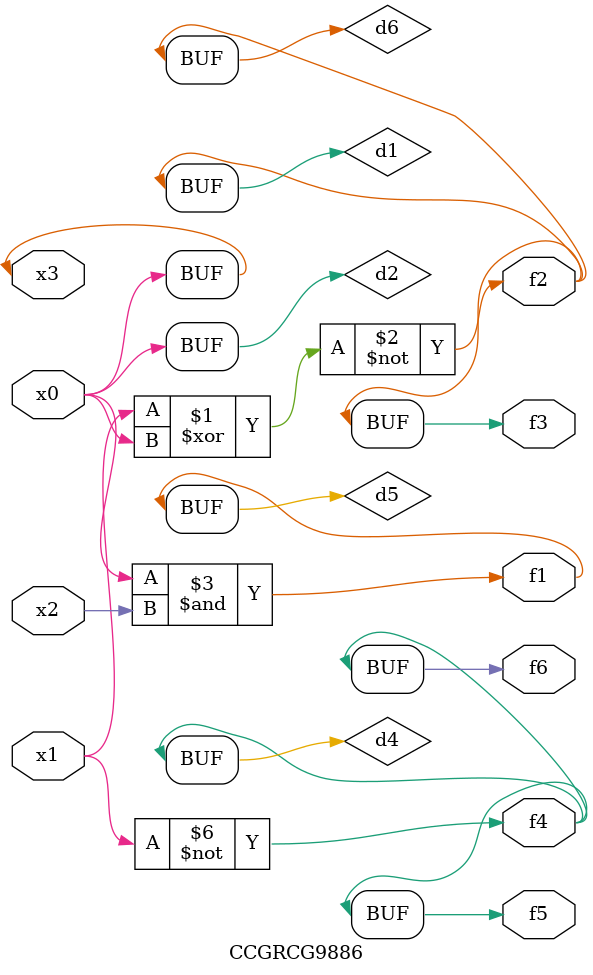
<source format=v>
module CCGRCG9886(
	input x0, x1, x2, x3,
	output f1, f2, f3, f4, f5, f6
);

	wire d1, d2, d3, d4, d5, d6;

	xnor (d1, x1, x3);
	buf (d2, x0, x3);
	nand (d3, x0, x2);
	not (d4, x1);
	nand (d5, d3);
	or (d6, d1);
	assign f1 = d5;
	assign f2 = d6;
	assign f3 = d6;
	assign f4 = d4;
	assign f5 = d4;
	assign f6 = d4;
endmodule

</source>
